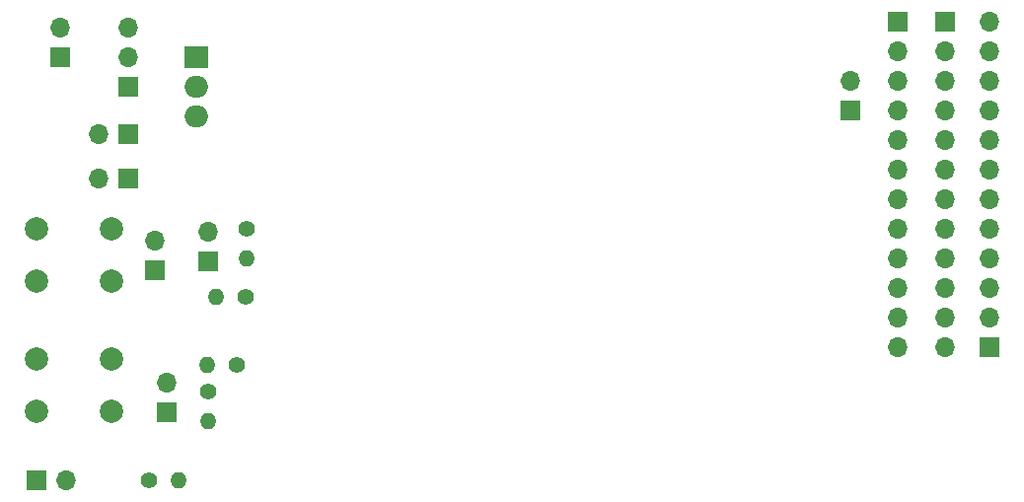
<source format=gbr>
%TF.GenerationSoftware,KiCad,Pcbnew,7.0.10*%
%TF.CreationDate,2024-01-14T13:48:43-05:00*%
%TF.ProjectId,esp32-wroom,65737033-322d-4777-926f-6f6d2e6b6963,rev?*%
%TF.SameCoordinates,Original*%
%TF.FileFunction,Soldermask,Bot*%
%TF.FilePolarity,Negative*%
%FSLAX46Y46*%
G04 Gerber Fmt 4.6, Leading zero omitted, Abs format (unit mm)*
G04 Created by KiCad (PCBNEW 7.0.10) date 2024-01-14 13:48:43*
%MOMM*%
%LPD*%
G01*
G04 APERTURE LIST*
%ADD10C,1.400000*%
%ADD11O,1.400000X1.400000*%
%ADD12R,1.700000X1.700000*%
%ADD13O,1.700000X1.700000*%
%ADD14C,2.000000*%
%ADD15R,2.000000X1.905000*%
%ADD16O,2.000000X1.905000*%
G04 APERTURE END LIST*
D10*
%TO.C,R5*%
X91490000Y-101092000D03*
D11*
X94030000Y-101092000D03*
%TD*%
D12*
%TO.C,J1*%
X83820000Y-64770000D03*
D13*
X83820000Y-62230000D03*
%TD*%
D12*
%TO.C,C1*%
X89662000Y-75184000D03*
D13*
X87122000Y-75184000D03*
%TD*%
D12*
%TO.C,J2*%
X151682000Y-69342000D03*
D13*
X151682000Y-66802000D03*
%TD*%
D14*
%TO.C,SW2*%
X81788000Y-90678000D03*
X88288000Y-90678000D03*
X81788000Y-95178000D03*
X88288000Y-95178000D03*
%TD*%
D10*
%TO.C,R2*%
X99822000Y-79552000D03*
D11*
X99822000Y-82092000D03*
%TD*%
D12*
%TO.C,C4*%
X91948000Y-83058000D03*
D13*
X91948000Y-80518000D03*
%TD*%
D15*
%TO.C,U2*%
X95504000Y-64770000D03*
D16*
X95504000Y-67310000D03*
X95504000Y-69850000D03*
%TD*%
D12*
%TO.C,C3*%
X96520000Y-82301000D03*
D13*
X96520000Y-79761000D03*
%TD*%
D10*
%TO.C,R3*%
X99010000Y-91186000D03*
D11*
X96470000Y-91186000D03*
%TD*%
D12*
%TO.C,J6*%
X163620000Y-89662000D03*
D13*
X163620000Y-87122000D03*
X163620000Y-84582000D03*
X163620000Y-82042000D03*
X163620000Y-79502000D03*
X163620000Y-76962000D03*
X163620000Y-74422000D03*
X163620000Y-71882000D03*
X163620000Y-69342000D03*
X163620000Y-66802000D03*
X163620000Y-64262000D03*
X163620000Y-61722000D03*
%TD*%
D12*
%TO.C,J3*%
X89662000Y-67310000D03*
D13*
X89662000Y-64770000D03*
X89662000Y-62230000D03*
%TD*%
D10*
%TO.C,R1*%
X99772000Y-85344000D03*
D11*
X97232000Y-85344000D03*
%TD*%
D12*
%TO.C,J5*%
X159810000Y-61722000D03*
D13*
X159810000Y-64262000D03*
X159810000Y-66802000D03*
X159810000Y-69342000D03*
X159810000Y-71882000D03*
X159810000Y-74422000D03*
X159810000Y-76962000D03*
X159810000Y-79502000D03*
X159810000Y-82042000D03*
X159810000Y-84582000D03*
X159810000Y-87122000D03*
X159810000Y-89662000D03*
%TD*%
D12*
%TO.C,D1*%
X81788000Y-101092000D03*
D13*
X84328000Y-101092000D03*
%TD*%
D10*
%TO.C,R4*%
X96520000Y-93522000D03*
D11*
X96520000Y-96062000D03*
%TD*%
D12*
%TO.C,C2*%
X89662000Y-71374000D03*
D13*
X87122000Y-71374000D03*
%TD*%
D14*
%TO.C,SW1*%
X81788000Y-79502000D03*
X88288000Y-79502000D03*
X81788000Y-84002000D03*
X88288000Y-84002000D03*
%TD*%
D12*
%TO.C,C5*%
X92964000Y-95250000D03*
D13*
X92964000Y-92710000D03*
%TD*%
D12*
%TO.C,J4*%
X155746000Y-61722000D03*
D13*
X155746000Y-64262000D03*
X155746000Y-66802000D03*
X155746000Y-69342000D03*
X155746000Y-71882000D03*
X155746000Y-74422000D03*
X155746000Y-76962000D03*
X155746000Y-79502000D03*
X155746000Y-82042000D03*
X155746000Y-84582000D03*
X155746000Y-87122000D03*
X155746000Y-89662000D03*
%TD*%
M02*

</source>
